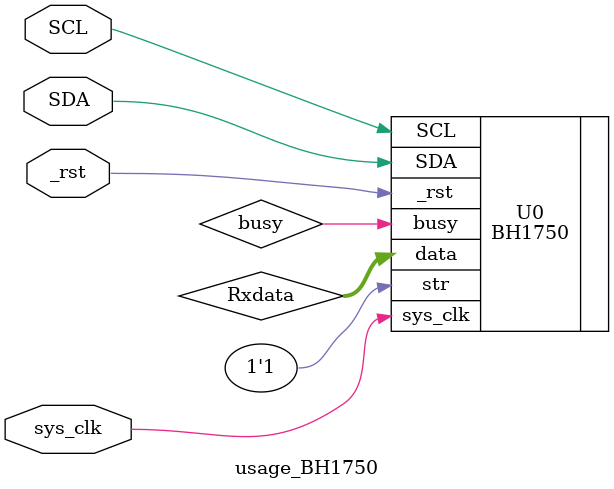
<source format=v>
module usage_BH1750(sys_clk, _rst, SCL, SDA);
input sys_clk, _rst;
inout SDA, SCL;	
//---------------------------------------------------//		
wire busy;//refresh the data as negedge
wire [15:0]Rxdata;//get data from BH1750 per 1'S
//---------------------------------------------------//	
	BH1750 #(.Freq_MegaHZ(50))
		U0(
			.sys_clk(sys_clk),
			._rst(_rst),
			.str(1'b1),
			.SCL(SCL),
			.SDA(SDA),
			.data(Rxdata),
			.busy(busy)
	);
//---------------------------------------------------//
endmodule 

</source>
